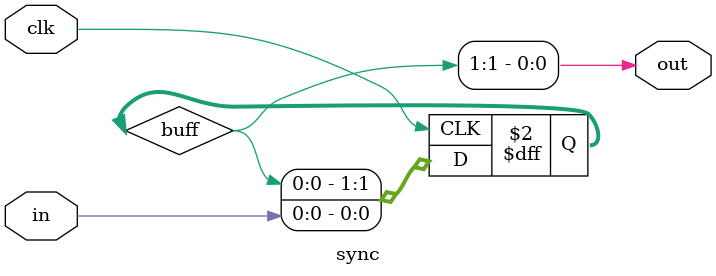
<source format=v>
`default_nettype none

module sync (
  input clk,
  input in,
  output out
);
  reg [1:0] buff;
  always @(posedge clk) begin
    buff <= {buff[0], in};
  end
  assign out = buff[1];
endmodule

</source>
